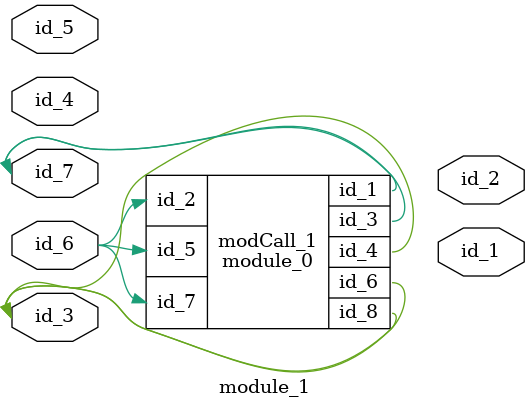
<source format=v>
module module_0 (
    id_1,
    id_2,
    id_3,
    id_4,
    id_5,
    id_6,
    id_7,
    id_8
);
  inout wire id_8;
  input wire id_7;
  inout wire id_6;
  input wire id_5;
  output wire id_4;
  inout wire id_3;
  input wire id_2;
  inout wire id_1;
  wire id_9;
  ;
  assign id_4 = id_6;
endmodule
module module_1 (
    id_1,
    id_2,
    id_3,
    id_4,
    id_5,
    id_6,
    id_7
);
  inout wire id_7;
  input wire id_6;
  input wire id_5;
  module_0 modCall_1 (
      id_7,
      id_6,
      id_7,
      id_3,
      id_6,
      id_3,
      id_6,
      id_3
  );
  input wire id_4;
  inout wire id_3;
  output wire id_2;
  output wire id_1;
endmodule

</source>
